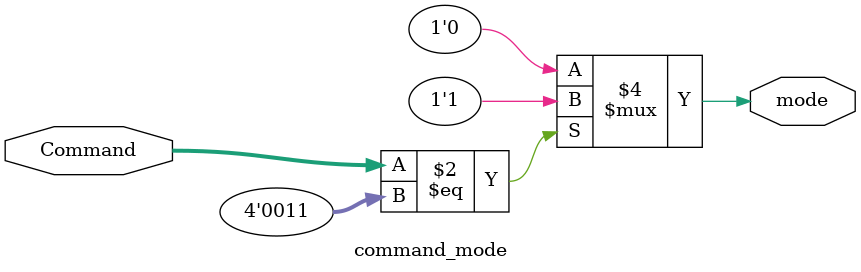
<source format=v>
/* Project Part2
 * Author: Gabriela Saenz
 * Cohort Members: Gabriela Saenz, Reg Gonzalez, Desh Padmakumar, Joshua Vardelon, and Matthew Lineberry
 * Cohort Name: DJMr.G 
 * Class: CS4341.502
 * Due Date: 10/11/2021
 */
 
/*
    Adder-Subtractor module is built in structured code. Module takes
    Two 16-bit integers and a mode to determine which operation to perform.
    The 32-bit output will be either the S or difference of the two inputs.

    Adder-subtractor module written by Gabriela Saenz 
 */

module add_sub (inputP, inputQ, Command, mode, S, C, O); //put C, O, back into parameters

        input [3:0] Command;
        

        //Two 16-bit inputs
        input [15:0]    inputP;
        input [15:0]    inputQ;
        //if mode is 1, sub. if mode is 0, add.
        inout           mode;
        //32-bit result of add_sub
        output [31:0]   S;
        wire [31:0]      S;
        //Carry status
        output          C;
        wire             C;
        //Overflow status
        output          O;
        wire             O;

        command_mode cmd(Command, mode);

        //Each C(n) serves as the Carry out bit for the current full_adder 
        //And the Carry in bit for the nexy full_adder
        //The final carry, C15, generates the output C.
        wire            C0, C1, C2, C3, C4, C5, C6, C7, C8, C9, C10, C11, C12, C13, C14, C15;

        wire            Q0, Q1, Q2, Q3, Q4, Q5, Q6, Q7, Q8, Q9, Q10, Q11, Q12, Q13, Q14, Q15;

        assign Q0 = inputQ[0]^mode;
        assign Q1 = inputQ[1]^mode;
        assign Q2 = inputQ[2]^mode;
        assign Q3 = inputQ[3]^mode;
        assign Q4 = inputQ[4]^mode;
        assign Q5 = inputQ[5]^mode;
        assign Q6 = inputQ[6]^mode;
        assign Q7 = inputQ[7]^mode;
        assign Q8 = inputQ[8]^mode;
        assign Q9 = inputQ[9]^mode;
        assign Q10 = inputQ[10]^mode;
        assign Q11 = inputQ[11]^mode;
        assign Q12 = inputQ[12]^mode;
        assign Q13 = inputQ[13]^mode;
        assign Q14 = inputQ[14]^mode;
        assign Q15 = inputQ[15]^mode;
        assign C = C15^mode;

        full_adder fa0(.S(S[0]), .Cout(C0), .inputP(inputP[0]), .inputQ(Q0), .Cin(mode));
        full_adder fa1(.S(S[1]), .Cout(C1), .inputP(inputP[1]), .inputQ(Q1), .Cin(C0));
        full_adder fa2(.S(S[2]), .Cout(C2), .inputP(inputP[2]), .inputQ(Q2), .Cin(C1));
        full_adder fa3(.S(S[3]), .Cout(C3), .inputP(inputP[3]), .inputQ(Q3), .Cin(C2));
        full_adder fa4(.S(S[4]), .Cout(C4), .inputP(inputP[4]), .inputQ(Q4), .Cin(C3));
        full_adder fa5(.S(S[5]), .Cout(C5), .inputP(inputP[5]), .inputQ(Q5), .Cin(C4));
        full_adder fa6(.S(S[6]), .Cout(C6), .inputP(inputP[6]), .inputQ(Q6), .Cin(C5));
        full_adder fa7(.S(S[7]), .Cout(C7), .inputP(inputP[7]), .inputQ(Q7), .Cin(C6));
        full_adder fa8(.S(S[8]), .Cout(C8), .inputP(inputP[8]), .inputQ(Q8), .Cin(C7));
        full_adder fa9(.S(S[9]), .Cout(C9), .inputP(inputP[9]), .inputQ(Q9), .Cin(C8));
        full_adder fa10(.S(S[10]), .Cout(C10), .inputP(inputP[10]), .inputQ(Q10), .Cin(C9));
        full_adder fa11(.S(S[11]), .Cout(C11), .inputP(inputP[11]), .inputQ(Q11), .Cin(C10));
        full_adder fa12(.S(S[12]), .Cout(C12), .inputP(inputP[12]), .inputQ(Q12), .Cin(C11));
        full_adder fa13(.S(S[13]), .Cout(C13), .inputP(inputP[13]), .inputQ(Q13), .Cin(C12));
        full_adder fa14(.S(S[14]), .Cout(C14), .inputP(inputP[14]), .inputQ(Q14), .Cin(C13));
        full_adder fa15(.S(S[15]), .Cout(C15), .inputP(inputP[15]), .inputQ(Q15), .Cin(C14));

        assign O = C14^C15;


        assign S[16] =1'b0;
	    assign S[17] =1'b0;
	    assign S[18] =1'b0;
	    assign S[19] =1'b0;
	    assign S[20] =1'b0;
	    assign S[21] =1'b0;
	    assign S[22] =1'b0;
	    assign S[23] =1'b0;
	    assign S[24] =1'b0;
	    assign S[25] =1'b0;
	    assign S[26] =1'b0;
	    assign S[27] =1'b0;
	    assign S[28] =1'b0;
	    assign S[29] =1'b0;
	    assign S[30] =1'b0;
	    assign S[31] =1'b0;

endmodule //end add_sub

module full_adder(S, Cout, inputP, inputQ, Cin);

    output      S;
    output      Cout;
    input       inputP;
    input       inputQ;
    input       Cin;

    assign S = inputP^inputQ^Cin;
    assign Cout = ((inputP&inputQ) | (inputQ&Cin) | (inputP&Cin));

endmodule //end full_adder

module command_mode(Command, mode);
    input [3:0]     Command;
    output          mode;
    reg             mode;

    always @ (Command) 
    begin 
        if(Command == 3)
            mode = 1;
        else 
            mode = 0;
    end


endmodule //end command_mode


</source>
